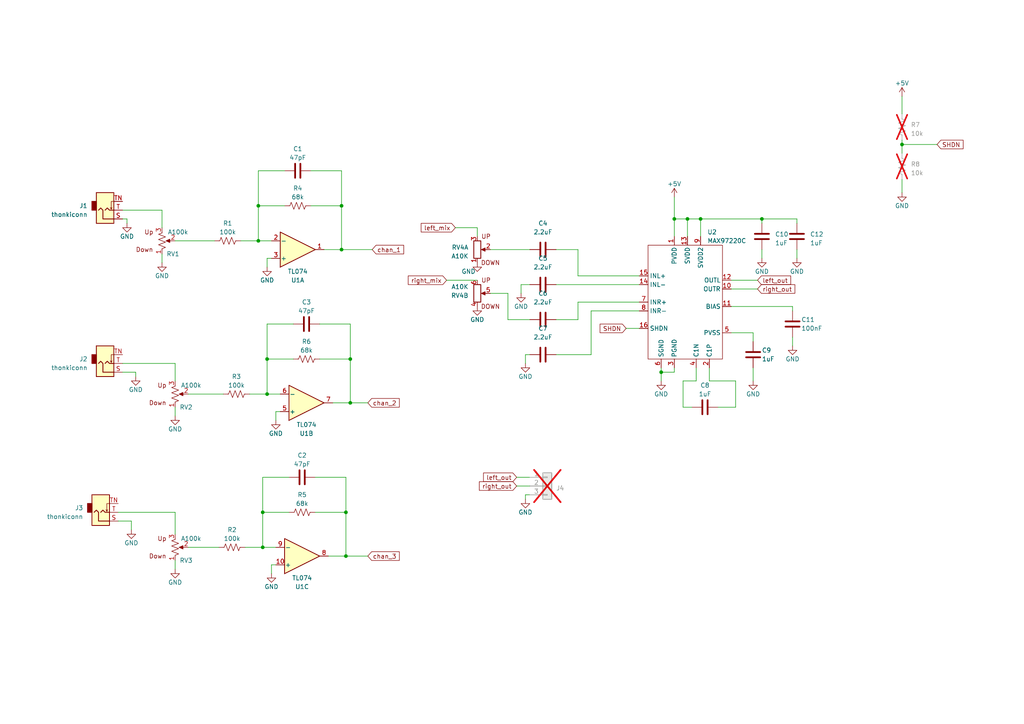
<source format=kicad_sch>
(kicad_sch (version 20231120) (generator "eeschema") (generator_version "8.0")
  (paper "A4")
  (title_block (title "Eurorack Output Mixer Module") (rev "0") (company "SVG Synthesis"))
  (lib_symbols
    (symbol "CAP_2.2UF_FILM_1" (pin_numbers hide) (pin_names (offset 0.254))
      (property "Reference" "C" (at 0.635 2.54 0))
      (property "Value" "2.2uF" (at 0.635 -2.54 0))
      (symbol "CAP_2.2UF_FILM_1_0_1"
        (polyline (pts (xy -2.032 -0.762) (xy 2.032 -0.762)) (stroke (width 0.508)))
        (polyline (pts (xy -2.032 0.762) (xy 2.032 0.762)) (stroke (width 0.508)))
      )
      (symbol "CAP_2.2UF_FILM_1_1_1"
        (pin passive line (at 0 3.81 270) (length 2.794) (name "~") (number "1"))
        (pin passive line (at 0 -3.81 90) (length 2.794) (name "~") (number "2"))
      )
    )
    (symbol "power:+5V" (power) (pin_names (offset 0))
      (property "Value" "+5V" (at 0 3.556 0))
      (symbol "+5V_0_1"
        (polyline (pts (xy -0.762 1.27) (xy 0 2.54)))
        (polyline (pts (xy 0 0) (xy 0 2.54)))
        (polyline (pts (xy 0 2.54) (xy 0.762 1.27)))
      )
      (symbol "+5V_1_1"
        (pin power_in line (at 0 0 90) (length 0) hide (name "+5V") (number "1"))
      )
    )
    (symbol "power:GND" (power) (pin_names (offset 0))
      (property "Value" "GND" (at 0 -3.81 0))
      (symbol "GND_0_1"
        (polyline (pts (xy 0 0) (xy 0 -1.27) (xy 1.27 -1.27) (xy 0 -2.54) (xy -1.27 -1.27) (xy 0 -1.27)))
      )
      (symbol "GND_1_1"
        (pin power_in line (at 0 0 270) (length 0) hide (name "GND") (number "1"))
      )
    )
    (symbol "synthesis:ALPHAPOT_100K_LOG" (pin_names (offset 1.016) hide)
      (property "Reference" "RV" (at 2.54 3.81 0))
      (property "Value" "A100k" (at 2.54 -2.54 0))
      (symbol "ALPHAPOT_100K_LOG_0_1"
        (polyline (pts (xy 0 -2.286) (xy 0 -2.54)))
        (polyline (pts (xy 0 2.54) (xy 0 2.286)))
        (polyline (pts (xy 2.54 0) (xy 1.524 0)))
        (polyline (pts (xy 1.143 0) (xy 2.286 0.508) (xy 2.286 -0.508) (xy 1.143 0)) (fill (type outline)))
        (polyline (pts (xy 0 -0.762) (xy 1.016 -1.143) (xy 0 -1.524) (xy -1.016 -1.905) (xy 0 -2.286)))
        (polyline (pts (xy 0 0.762) (xy 1.016 0.381) (xy 0 0) (xy -1.016 -0.381) (xy 0 -0.762)))
        (polyline (pts (xy 0 2.286) (xy 1.016 1.905) (xy 0 1.524) (xy -1.016 1.143) (xy 0 0.762)))
      )
      (symbol "ALPHAPOT_100K_LOG_1_1"
        (text "Down" (at -5.08 2.54 0) (effects (font (size 1.27 1.27))))
        (text "Up" (at -3.81 -2.54 0) (effects (font (size 1.27 1.27))))
        (pin passive line (at 0 3.81 270) (length 1.27) (name "1") (number "1"))
        (pin passive line (at 3.81 0 180) (length 1.27) (name "2") (number "2"))
        (pin passive line (at 0 -3.81 90) (length 1.27) (name "3") (number "3"))
      )
    )
    (symbol "synthesis:ALPHAPOT_10K_LOG_DUAL" (pin_names (offset 1.016) hide)
      (property "Reference" "RV" (at -4.445 0 90))
      (property "Value" "A10K" (at -2.54 0 90))
      (symbol "ALPHAPOT_10K_LOG_DUAL_0_1"
        (polyline (pts (xy 2.54 0) (xy 1.524 0)))
        (polyline (pts (xy 1.143 0) (xy 2.286 0.508) (xy 2.286 -0.508) (xy 1.143 0)) (fill (type outline)))
        (rectangle (start 1.016 2.54) (end -1.016 -2.54) (stroke (width 0.254)))
        (text "DOWN" (at 3.81 3.81 0) (effects (font (size 1.27 1.27))))
        (text "UP" (at 2.54 -3.81 0) (effects (font (size 1.27 1.27))))
      )
      (symbol "ALPHAPOT_10K_LOG_DUAL_1_1"
        (pin passive line (at 0 3.81 270) (length 1.27) (name "1") (number "1"))
        (pin passive line (at 3.81 0 180) (length 1.27) (name "2") (number "2"))
        (pin passive line (at 0 -3.81 90) (length 1.27) (name "3") (number "3"))
      )
      (symbol "ALPHAPOT_10K_LOG_DUAL_2_1"
        (pin passive line (at 0 3.81 270) (length 1.27) (name "4") (number "4"))
        (pin passive line (at 3.81 0 180) (length 1.27) (name "5") (number "5"))
        (pin passive line (at 0 -3.81 90) (length 1.27) (name "6") (number "6"))
      )
    )
    (symbol "synthesis:CAP_100NF_0603_X7R" (pin_numbers hide) (pin_names (offset 0.254))
      (property "Reference" "C" (at 0.635 2.54 0))
      (property "Value" "100nF" (at 0.635 -2.54 0))
      (symbol "CAP_100NF_0603_X7R_0_1"
        (polyline (pts (xy -2.032 -0.762) (xy 2.032 -0.762)) (stroke (width 0.508)))
        (polyline (pts (xy -2.032 0.762) (xy 2.032 0.762)) (stroke (width 0.508)))
      )
      (symbol "CAP_100NF_0603_X7R_1_1"
        (pin passive line (at 0 3.81 270) (length 2.794) (name "~") (number "1"))
        (pin passive line (at 0 -3.81 90) (length 2.794) (name "~") (number "2"))
      )
    )
    (symbol "synthesis:CAP_1UF_0603_X7R" (pin_numbers hide) (pin_names (offset 0.254))
      (property "Reference" "C" (at 0.635 2.54 0))
      (property "Value" "1uF" (at 0.635 -2.54 0))
      (symbol "CAP_1UF_0603_X7R_0_1"
        (polyline (pts (xy -2.032 -0.762) (xy 2.032 -0.762)) (stroke (width 0.508)))
        (polyline (pts (xy -2.032 0.762) (xy 2.032 0.762)) (stroke (width 0.508)))
      )
      (symbol "CAP_1UF_0603_X7R_1_1"
        (pin passive line (at 0 3.81 270) (length 2.794) (name "~") (number "1"))
        (pin passive line (at 0 -3.81 90) (length 2.794) (name "~") (number "2"))
      )
    )
    (symbol "synthesis:CAP_47PF_0603_COG" (pin_numbers hide) (pin_names (offset 0.254))
      (property "Reference" "C" (at 0.635 2.54 0))
      (property "Value" "47pF" (at 0.635 -2.54 0))
      (symbol "CAP_47PF_0603_COG_0_1"
        (polyline (pts (xy -2.032 -0.762) (xy 2.032 -0.762)) (stroke (width 0.508)))
        (polyline (pts (xy -2.032 0.762) (xy 2.032 0.762)) (stroke (width 0.508)))
      )
      (symbol "CAP_47PF_0603_COG_1_1"
        (pin passive line (at 0 3.81 270) (length 2.794) (name "~") (number "1"))
        (pin passive line (at 0 -3.81 90) (length 2.794) (name "~") (number "2"))
      )
    )
    (symbol "synthesis:HEADER_3P_2.54MM" (pin_names (offset 1.016) hide)
      (property "Reference" "J" (at 0 5.08 0))
      (symbol "HEADER_3P_2.54MM_1_1"
        (rectangle (start -1.27 -2.413) (end 0 -2.667) (stroke (width 0.1524)))
        (rectangle (start -1.27 0.127) (end 0 -0.127) (stroke (width 0.1524)))
        (rectangle (start -1.27 2.667) (end 0 2.413) (stroke (width 0.1524)))
        (rectangle (start -1.27 3.81) (end 1.27 -3.81) (stroke (width 0.254)) (fill (type background)))
        (pin passive line (at -5.08 2.54 0) (length 3.81) (name "Pin_1") (number "1"))
        (pin passive line (at -5.08 0 0) (length 3.81) (name "Pin_2") (number "2"))
        (pin passive line (at -5.08 -2.54 0) (length 3.81) (name "Pin_3") (number "3"))
      )
    )
    (symbol "synthesis:MAX97220C"
      (property "Reference" "U" (at 8.89 17.78 0))
      (property "Value" "MAX97220C" (at -17.78 -15.24 0))
      (symbol "MAX97220C_0_1"
        (rectangle (start -11.43 16.51) (end 10.16 -16.51))
      )
      (symbol "MAX97220C_1_1"
        (pin power_in line (at -3.81 19.05 270) (length 2.54) (name "PVDD") (number "1"))
        (pin output line (at 12.7 3.81 180) (length 2.54) (name "OUTR") (number "10"))
        (pin input line (at 12.7 -1.27 180) (length 2.54) (name "BIAS") (number "11"))
        (pin output line (at 12.7 6.35 180) (length 2.54) (name "OUTL") (number "12"))
        (pin power_in line (at 0 19.05 270) (length 2.54) (name "SVDD") (number "13"))
        (pin input line (at -13.97 5.08 0) (length 2.54) (name "INL-") (number "14"))
        (pin input line (at -13.97 7.62 0) (length 2.54) (name "INL+") (number "15"))
        (pin input line (at -13.97 -7.62 0) (length 2.54) (name "SHDN") (number "16"))
        (pin input line (at 6.35 -19.05 90) (length 2.54) (name "C1P") (number "2"))
        (pin power_in line (at -3.81 -19.05 90) (length 2.54) (name "PGND") (number "3"))
        (pin input line (at 2.54 -19.05 90) (length 2.54) (name "C1N") (number "4"))
        (pin power_in line (at 12.7 -8.89 180) (length 2.54) (name "PVSS") (number "5"))
        (pin power_in line (at -7.62 -19.05 90) (length 2.54) (name "SGND") (number "6"))
        (pin input line (at -13.97 0 0) (length 2.54) (name "INR+") (number "7"))
        (pin input line (at -13.97 -2.54 0) (length 2.54) (name "INR-") (number "8"))
        (pin power_in line (at 3.81 19.05 270) (length 2.54) (name "SVDD2") (number "9"))
      )
    )
    (symbol "synthesis:RES_100k_0603" (pin_numbers hide) (pin_names (offset 0))
      (property "Reference" "R" (at 2.54 0 90))
      (property "Value" "100k" (at -2.54 0 90))
      (symbol "RES_100k_0603_0_1"
        (polyline (pts (xy 0 -2.286) (xy 0 -2.54)))
        (polyline (pts (xy 0 2.286) (xy 0 2.54)))
        (polyline (pts (xy 0 -0.762) (xy 1.016 -1.143) (xy 0 -1.524) (xy -1.016 -1.905) (xy 0 -2.286)))
        (polyline (pts (xy 0 0.762) (xy 1.016 0.381) (xy 0 0) (xy -1.016 -0.381) (xy 0 -0.762)))
        (polyline (pts (xy 0 2.286) (xy 1.016 1.905) (xy 0 1.524) (xy -1.016 1.143) (xy 0 0.762)))
      )
      (symbol "RES_100k_0603_1_1"
        (pin passive line (at 0 3.81 270) (length 1.27) (name "~") (number "1"))
        (pin passive line (at 0 -3.81 90) (length 1.27) (name "~") (number "2"))
      )
    )
    (symbol "synthesis:RES_10K_0603" (pin_numbers hide) (pin_names (offset 0))
      (property "Reference" "R" (at 2.54 0 90))
      (property "Value" "10k" (at -2.54 0 90))
      (symbol "RES_10K_0603_0_1"
        (polyline (pts (xy 0 -2.286) (xy 0 -2.54)))
        (polyline (pts (xy 0 2.286) (xy 0 2.54)))
        (polyline (pts (xy 0 -0.762) (xy 1.016 -1.143) (xy 0 -1.524) (xy -1.016 -1.905) (xy 0 -2.286)))
        (polyline (pts (xy 0 0.762) (xy 1.016 0.381) (xy 0 0) (xy -1.016 -0.381) (xy 0 -0.762)))
        (polyline (pts (xy 0 2.286) (xy 1.016 1.905) (xy 0 1.524) (xy -1.016 1.143) (xy 0 0.762)))
      )
      (symbol "RES_10K_0603_1_1"
        (pin passive line (at 0 3.81 270) (length 1.27) (name "~") (number "1"))
        (pin passive line (at 0 -3.81 90) (length 1.27) (name "~") (number "2"))
      )
    )
    (symbol "synthesis:RES_68K_0603" (pin_numbers hide) (pin_names (offset 0))
      (property "Reference" "R" (at 2.54 0 90))
      (property "Value" "68k" (at -2.54 0 90))
      (symbol "RES_68K_0603_0_1"
        (polyline (pts (xy 0 -2.286) (xy 0 -2.54)))
        (polyline (pts (xy 0 2.286) (xy 0 2.54)))
        (polyline (pts (xy 0 -0.762) (xy 1.016 -1.143) (xy 0 -1.524) (xy -1.016 -1.905) (xy 0 -2.286)))
        (polyline (pts (xy 0 0.762) (xy 1.016 0.381) (xy 0 0) (xy -1.016 -0.381) (xy 0 -0.762)))
        (polyline (pts (xy 0 2.286) (xy 1.016 1.905) (xy 0 1.524) (xy -1.016 1.143) (xy 0 0.762)))
      )
      (symbol "RES_68K_0603_1_1"
        (pin passive line (at 0 3.81 270) (length 1.27) (name "~") (number "1"))
        (pin passive line (at 0 -3.81 90) (length 1.27) (name "~") (number "2"))
      )
    )
    (symbol "synthesis:TL074" (pin_names (offset 0.127))
      (property "Reference" "U" (at 0 5.08 0))
      (property "Value" "TL074" (at 0 -5.08 0))
      (symbol "TL074_1_1"
        (polyline (pts (xy -5.08 5.08) (xy 5.08 0) (xy -5.08 -5.08) (xy -5.08 5.08)) (stroke (width 0.254)) (fill (type background)))
        (pin output line (at 7.62 0 180) (length 2.54) (name "~") (number "1"))
        (pin input line (at -7.62 -2.54 0) (length 2.54) (name "-") (number "2"))
        (pin input line (at -7.62 2.54 0) (length 2.54) (name "+") (number "3"))
      )
      (symbol "TL074_2_1"
        (polyline (pts (xy -5.08 5.08) (xy 5.08 0) (xy -5.08 -5.08) (xy -5.08 5.08)) (stroke (width 0.254)) (fill (type background)))
        (pin input line (at -7.62 2.54 0) (length 2.54) (name "+") (number "5"))
        (pin input line (at -7.62 -2.54 0) (length 2.54) (name "-") (number "6"))
        (pin output line (at 7.62 0 180) (length 2.54) (name "~") (number "7"))
      )
      (symbol "TL074_3_1"
        (polyline (pts (xy -5.08 5.08) (xy 5.08 0) (xy -5.08 -5.08) (xy -5.08 5.08)) (stroke (width 0.254)) (fill (type background)))
        (pin input line (at -7.62 2.54 0) (length 2.54) (name "+") (number "10"))
        (pin output line (at 7.62 0 180) (length 2.54) (name "~") (number "8"))
        (pin input line (at -7.62 -2.54 0) (length 2.54) (name "-") (number "9"))
      )
      (symbol "TL074_4_1"
        (polyline (pts (xy -5.08 5.08) (xy 5.08 0) (xy -5.08 -5.08) (xy -5.08 5.08)) (stroke (width 0.254)) (fill (type background)))
        (pin input line (at -7.62 2.54 0) (length 2.54) (name "+") (number "12"))
        (pin input line (at -7.62 -2.54 0) (length 2.54) (name "-") (number "13"))
        (pin output line (at 7.62 0 180) (length 2.54) (name "~") (number "14"))
      )
      (symbol "TL074_5_1"
        (pin power_in line (at -2.54 -7.62 90) (length 3.81) (name "V-") (number "11"))
        (pin power_in line (at -2.54 7.62 270) (length 3.81) (name "V+") (number "4"))
      )
    )
    (symbol "synthesis:thonkiconn"
      (property "Reference" "J" (at 0 8.89 0))
      (property "Value" "thonkiconn" (at 0 6.35 0))
      (symbol "thonkiconn_0_1"
        (rectangle (start -2.54 0) (end -3.81 -2.54) (stroke (width 0.254)) (fill (type outline)))
        (rectangle (start -2.54 3.81) (end 2.54 -5.08) (stroke (width 0.254)) (fill (type background)))
        (polyline (pts (xy 1.778 -0.254) (xy 2.032 -0.762)))
        (polyline (pts (xy 0 0) (xy 0.635 -0.635) (xy 1.27 0) (xy 2.54 0)) (stroke (width 0.254)))
        (polyline (pts (xy 2.54 -2.54) (xy 1.778 -2.54) (xy 1.778 -0.254) (xy 1.524 -0.762)))
        (polyline (pts (xy 2.54 2.54) (xy -0.635 2.54) (xy -0.635 0) (xy -1.27 -0.635) (xy -1.905 0)) (stroke (width 0.254)))
      )
      (symbol "thonkiconn_1_1"
        (pin passive line (at 5.08 2.54 180) (length 2.54) (name "~") (number "S"))
        (pin passive line (at 5.08 0 180) (length 2.54) (name "~") (number "T"))
        (pin passive line (at 5.08 -2.54 180) (length 2.54) (name "~") (number "TN"))
      )
    )
  )
  (junction (at 220.98 63.5))
  (junction (at 74.93 59.69))
  (junction (at 76.2 158.75))
  (junction (at 203.2 63.5))
  (junction (at 100.33 161.29))
  (junction (at 99.06 72.39))
  (junction (at 101.6 116.84))
  (junction (at 191.77 107.95))
  (junction (at 77.47 104.14))
  (junction (at 76.2 148.59))
  (junction (at 74.93 69.85))
  (junction (at 100.33 148.59))
  (junction (at 261.62 41.91))
  (junction (at 199.39 63.5))
  (junction (at 101.6 104.14))
  (junction (at 77.47 114.3))
  (junction (at 99.06 59.69))
  (junction (at 195.58 63.5))
  (wire (pts (xy 91.44 138.43) (xy 100.33 138.43)))
  (wire (pts (xy 90.17 59.69) (xy 99.06 59.69)))
  (wire (pts (xy 167.64 92.71) (xy 161.29 92.71)))
  (wire (pts (xy 203.2 63.5) (xy 220.98 63.5)))
  (wire (pts (xy 72.39 114.3) (xy 77.47 114.3)))
  (wire (pts (xy 99.06 72.39) (xy 93.98 72.39)))
  (wire (pts (xy 195.58 107.95) (xy 191.77 107.95)))
  (wire (pts (xy 231.14 63.5) (xy 231.14 64.77)))
  (wire (pts (xy 46.99 73.66) (xy 46.99 76.2)))
  (wire (pts (xy 147.32 85.09) (xy 147.32 92.71)))
  (wire (pts (xy 212.09 88.9) (xy 229.87 88.9)))
  (wire (pts (xy 203.2 63.5) (xy 203.2 68.58)))
  (wire (pts (xy 195.58 68.58) (xy 195.58 63.5)))
  (wire (pts (xy 36.83 63.5) (xy 36.83 64.77)))
  (wire (pts (xy 83.82 148.59) (xy 76.2 148.59)))
  (wire (pts (xy 85.09 93.98) (xy 77.47 93.98)))
  (wire (pts (xy 54.61 158.75) (xy 63.5 158.75)))
  (wire (pts (xy 76.2 148.59) (xy 76.2 158.75)))
  (wire (pts (xy 152.4 105.41) (xy 152.4 102.87)))
  (wire (pts (xy 218.44 106.68) (xy 218.44 110.49)))
  (wire (pts (xy 151.13 82.55) (xy 153.67 82.55)))
  (wire (pts (xy 78.74 166.37) (xy 78.74 163.83)))
  (wire (pts (xy 205.74 106.68) (xy 205.74 110.49)))
  (wire (pts (xy 83.82 138.43) (xy 76.2 138.43)))
  (wire (pts (xy 198.12 118.11) (xy 198.12 110.49)))
  (wire (pts (xy 181.61 95.25) (xy 185.42 95.25)))
  (wire (pts (xy 198.12 110.49) (xy 201.93 110.49)))
  (wire (pts (xy 185.42 87.63) (xy 167.64 87.63)))
  (wire (pts (xy 220.98 64.77) (xy 220.98 63.5)))
  (wire (pts (xy 77.47 114.3) (xy 81.28 114.3)))
  (wire (pts (xy 77.47 74.93) (xy 78.74 74.93)))
  (wire (pts (xy 200.66 118.11) (xy 198.12 118.11)))
  (wire (pts (xy 171.45 90.17) (xy 185.42 90.17)))
  (wire (pts (xy 76.2 138.43) (xy 76.2 148.59)))
  (wire (pts (xy 82.55 59.69) (xy 74.93 59.69)))
  (wire (pts (xy 82.55 49.53) (xy 74.93 49.53)))
  (wire (pts (xy 212.09 96.52) (xy 218.44 96.52)))
  (wire (pts (xy 213.36 110.49) (xy 213.36 118.11)))
  (wire (pts (xy 167.64 80.01) (xy 185.42 80.01)))
  (wire (pts (xy 77.47 104.14) (xy 77.47 114.3)))
  (wire (pts (xy 195.58 57.15) (xy 195.58 63.5)))
  (wire (pts (xy 91.44 148.59) (xy 100.33 148.59)))
  (wire (pts (xy 229.87 88.9) (xy 229.87 90.17)))
  (wire (pts (xy 101.6 93.98) (xy 101.6 104.14)))
  (wire (pts (xy 35.56 63.5) (xy 36.83 63.5)))
  (wire (pts (xy 151.13 85.09) (xy 151.13 82.55)))
  (wire (pts (xy 142.24 72.39) (xy 153.67 72.39)))
  (wire (pts (xy 167.64 87.63) (xy 167.64 92.71)))
  (wire (pts (xy 199.39 68.58) (xy 199.39 63.5)))
  (wire (pts (xy 92.71 93.98) (xy 101.6 93.98)))
  (wire (pts (xy 50.8 105.41) (xy 50.8 110.49)))
  (wire (pts (xy 74.93 69.85) (xy 78.74 69.85)))
  (wire (pts (xy 101.6 104.14) (xy 101.6 116.84)))
  (wire (pts (xy 69.85 69.85) (xy 74.93 69.85)))
  (wire (pts (xy 171.45 102.87) (xy 171.45 90.17)))
  (wire (pts (xy 50.8 118.11) (xy 50.8 120.65)))
  (wire (pts (xy 80.01 119.38) (xy 81.28 119.38)))
  (wire (pts (xy 99.06 49.53) (xy 99.06 59.69)))
  (wire (pts (xy 35.56 105.41) (xy 50.8 105.41)))
  (wire (pts (xy 101.6 116.84) (xy 106.68 116.84)))
  (wire (pts (xy 76.2 158.75) (xy 80.01 158.75)))
  (wire (pts (xy 50.8 148.59) (xy 50.8 154.94)))
  (wire (pts (xy 74.93 59.69) (xy 74.93 69.85)))
  (wire (pts (xy 152.4 143.51) (xy 152.4 144.78)))
  (wire (pts (xy 92.71 104.14) (xy 101.6 104.14)))
  (wire (pts (xy 205.74 110.49) (xy 213.36 110.49)))
  (wire (pts (xy 261.62 40.64) (xy 261.62 41.91)))
  (wire (pts (xy 38.1 151.13) (xy 38.1 153.67)))
  (wire (pts (xy 195.58 63.5) (xy 199.39 63.5)))
  (wire (pts (xy 212.09 81.28) (xy 219.71 81.28)))
  (wire (pts (xy 132.08 66.04) (xy 138.43 66.04)))
  (wire (pts (xy 152.4 102.87) (xy 153.67 102.87)))
  (wire (pts (xy 80.01 121.92) (xy 80.01 119.38)))
  (wire (pts (xy 261.62 52.07) (xy 261.62 55.88)))
  (wire (pts (xy 78.74 163.83) (xy 80.01 163.83)))
  (wire (pts (xy 149.86 138.43) (xy 153.67 138.43)))
  (wire (pts (xy 201.93 106.68) (xy 201.93 110.49)))
  (wire (pts (xy 208.28 118.11) (xy 213.36 118.11)))
  (wire (pts (xy 261.62 41.91) (xy 261.62 44.45)))
  (wire (pts (xy 220.98 63.5) (xy 231.14 63.5)))
  (wire (pts (xy 195.58 106.68) (xy 195.58 107.95)))
  (wire (pts (xy 46.99 60.96) (xy 46.99 66.04)))
  (wire (pts (xy 101.6 116.84) (xy 96.52 116.84)))
  (wire (pts (xy 231.14 72.39) (xy 231.14 74.93)))
  (wire (pts (xy 220.98 72.39) (xy 220.98 74.93)))
  (wire (pts (xy 199.39 63.5) (xy 203.2 63.5)))
  (wire (pts (xy 100.33 138.43) (xy 100.33 148.59)))
  (wire (pts (xy 129.54 81.28) (xy 138.43 81.28)))
  (wire (pts (xy 100.33 161.29) (xy 95.25 161.29)))
  (wire (pts (xy 153.67 143.51) (xy 152.4 143.51)))
  (wire (pts (xy 147.32 92.71) (xy 153.67 92.71)))
  (wire (pts (xy 142.24 85.09) (xy 147.32 85.09)))
  (wire (pts (xy 35.56 60.96) (xy 46.99 60.96)))
  (wire (pts (xy 161.29 82.55) (xy 185.42 82.55)))
  (wire (pts (xy 167.64 72.39) (xy 167.64 80.01)))
  (wire (pts (xy 71.12 158.75) (xy 76.2 158.75)))
  (wire (pts (xy 191.77 107.95) (xy 191.77 110.49)))
  (wire (pts (xy 191.77 106.68) (xy 191.77 107.95)))
  (wire (pts (xy 106.68 161.29) (xy 100.33 161.29)))
  (wire (pts (xy 50.8 69.85) (xy 62.23 69.85)))
  (wire (pts (xy 218.44 96.52) (xy 218.44 99.06)))
  (wire (pts (xy 99.06 59.69) (xy 99.06 72.39)))
  (wire (pts (xy 34.29 148.59) (xy 50.8 148.59)))
  (wire (pts (xy 50.8 162.56) (xy 50.8 165.1)))
  (wire (pts (xy 35.56 107.95) (xy 39.37 107.95)))
  (wire (pts (xy 161.29 72.39) (xy 167.64 72.39)))
  (wire (pts (xy 138.43 66.04) (xy 138.43 68.58)))
  (wire (pts (xy 229.87 97.79) (xy 229.87 100.33)))
  (wire (pts (xy 90.17 49.53) (xy 99.06 49.53)))
  (wire (pts (xy 261.62 27.94) (xy 261.62 33.02)))
  (wire (pts (xy 34.29 151.13) (xy 38.1 151.13)))
  (wire (pts (xy 100.33 148.59) (xy 100.33 161.29)))
  (wire (pts (xy 77.47 77.47) (xy 77.47 74.93)))
  (wire (pts (xy 212.09 83.82) (xy 219.71 83.82)))
  (wire (pts (xy 54.61 114.3) (xy 64.77 114.3)))
  (wire (pts (xy 149.86 140.97) (xy 153.67 140.97)))
  (wire (pts (xy 39.37 107.95) (xy 39.37 109.22)))
  (wire (pts (xy 77.47 93.98) (xy 77.47 104.14)))
  (wire (pts (xy 99.06 72.39) (xy 107.95 72.39)))
  (wire (pts (xy 85.09 104.14) (xy 77.47 104.14)))
  (wire (pts (xy 261.62 41.91) (xy 271.78 41.91)))
  (wire (pts (xy 74.93 49.53) (xy 74.93 59.69)))
  (wire (pts (xy 161.29 102.87) (xy 171.45 102.87)))
  (global_label "chan_2" (shape input) (at 106.68 116.84 0) (property "Intersheetrefs" "${INTERSHEET_REFS}" (effects (hide yes))))
  (global_label "chan_1" (shape input) (at 107.95 72.39 0) (property "Intersheetrefs" "${INTERSHEET_REFS}" (effects (hide yes))))
  (global_label "chan_3" (shape input) (at 106.68 161.29 0) (property "Intersheetrefs" "${INTERSHEET_REFS}" (effects (hide yes))))
  (global_label "SHDN" (shape input) (at 271.78 41.91 0) (property "Intersheetrefs" "${INTERSHEET_REFS}" (effects (hide yes))))
  (global_label "left_out" (shape input) (at 149.86 138.43 180) (property "Intersheetrefs" "${INTERSHEET_REFS}" (effects (hide yes))))
  (global_label "right_out" (shape input) (at 149.86 140.97 180) (property "Intersheetrefs" "${INTERSHEET_REFS}" (effects (hide yes))))
  (global_label "SHDN" (shape input) (at 181.61 95.25 180) (property "Intersheetrefs" "${INTERSHEET_REFS}" (effects (hide yes))))
  (global_label "left_out" (shape input) (at 219.71 81.28 0) (property "Intersheetrefs" "${INTERSHEET_REFS}" (effects (hide yes))))
  (global_label "left_mix" (shape input) (at 132.08 66.04 180) (property "Intersheetrefs" "${INTERSHEET_REFS}" (effects (hide yes))))
  (global_label "right_out" (shape input) (at 219.71 83.82 0) (property "Intersheetrefs" "${INTERSHEET_REFS}" (effects (hide yes))))
  (global_label "right_mix" (shape input) (at 129.54 81.28 180) (property "Intersheetrefs" "${INTERSHEET_REFS}" (effects (hide yes))))
  (symbol (lib_id "synthesis:ALPHAPOT_10K_LOG_DUAL") (at 138.43 72.39 0) (mirror x) (unit 1)
    (property "Reference" "RV4" (at 135.89 71.755 0) (effects (justify right)))
    (property "Value" "A10K" (at 135.89 74.295 0) (effects (justify right)))
    (property "Footprint" "Potentiometer_THT:Potentiometer_Alpha_RD902F-40-00D_Dual_Vertical" (effects (hide yes)))
    (property "MFR" "ALPHA" (effects (hide yes)))
    (property "MPN" "A10K DUAL" (effects (hide yes)))
  )
  (symbol (lib_id "power:+5V") (at 261.62 27.94 0) (unit 1)
    (property "Reference" "#PWR021" (effects (hide yes)))
    (property "Value" "+5V" (at 261.62 24.13 0))
  )
  (symbol (lib_id "synthesis:CAP_47PF_0603_COG") (at 87.63 138.43 90) (unit 1)
    (property "Reference" "C2" (at 87.63 132.08 90))
    (property "Value" "47pF" (at 87.63 134.62 90))
    (property "Footprint" "Capacitor_SMD:C_0603_1608Metric" (effects (hide yes)))
    (property "MFR" "YAGEO" (effects (hide yes)))
    (property "MPN" "CC0603JRNPO9BN470" (effects (hide yes)))
    (property "LCSC" "C105622" (effects (hide yes)))
  )
  (symbol (lib_id "synthesis:CAP_47PF_0603_COG") (at 88.9 93.98 90) (unit 1)
    (property "Reference" "C3" (at 88.9 87.63 90))
    (property "Value" "47pF" (at 88.9 90.17 90))
    (property "Footprint" "Capacitor_SMD:C_0603_1608Metric" (effects (hide yes)))
    (property "MFR" "YAGEO" (effects (hide yes)))
    (property "MPN" "CC0603JRNPO9BN470" (effects (hide yes)))
    (property "LCSC" "C105622" (effects (hide yes)))
  )
  (symbol (lib_id "synthesis:RES_10K_0603") (at 261.62 48.26 0) (unit 1) (dnp yes)
    (property "Reference" "R8" (at 264.16 47.625 0) (effects (justify left)))
    (property "Value" "10k" (at 264.16 50.165 0) (effects (justify left)))
    (property "Footprint" "Resistor_SMD:R_0603_1608Metric" (effects (hide yes)))
    (property "MFR" "YAGEO" (effects (hide yes)))
    (property "MPN" "RC0603FR-0710KL" (effects (hide yes)))
    (property "LCSC" "C98220" (effects (hide yes)))
  )
  (symbol (lib_id "power:GND") (at 151.13 85.09 0) (unit 1)
    (property "Reference" "#PWR012" (effects (hide yes)))
    (property "Value" "GND" (at 151.13 88.9 0))
  )
  (symbol (lib_id "synthesis:thonkiconn") (at 29.21 148.59 0) (mirror x) (unit 1)
    (property "Reference" "J3" (at 24.13 147.32 0) (effects (justify right)))
    (property "Value" "thonkiconn" (at 24.13 149.86 0) (effects (justify right)))
    (property "Footprint" "synthesis:thonkiconn" (effects (hide yes)))
    (property "MFR" "QINGPU" (effects (hide yes)))
    (property "MPN" "WQP518MA" (effects (hide yes)))
  )
  (symbol (lib_id "power:GND") (at 229.87 100.33 0) (unit 1)
    (property "Reference" "#PWR019" (effects (hide yes)))
    (property "Value" "GND" (at 229.87 104.14 0))
  )
  (symbol (lib_id "synthesis:CAP_1UF_0603_X7R") (at 204.47 118.11 90) (unit 1)
    (property "Reference" "C8" (at 204.47 111.76 90))
    (property "Value" "1uF" (at 204.47 114.3 90))
    (property "Footprint" "Capacitor_SMD:C_0603_1608Metric" (effects (hide yes)))
    (property "MFR" "YAGEO" (effects (hide yes)))
    (property "MPN" "CC0603KRX7R8BB105" (effects (hide yes)))
    (property "LCSC" "C106858" (effects (hide yes)))
  )
  (symbol (lib_id "synthesis:TL074") (at 88.9 116.84 0) (mirror x) (unit 2)
    (property "Reference" "U1" (at 88.9 125.73 0))
    (property "Value" "TL074" (at 88.9 123.19 0))
    (property "Footprint" "Package_SO:TSSOP-14_4.4x5mm_P0.65mm" (effects (hide yes)))
    (property "Datasheet" "http://www.ti.com/lit/ds/symlink/lm2902-n.pdf" (effects (hide yes)))
    (property "MFR" "TI" (effects (hide yes)))
    (property "MPN" "TL074CPWR" (effects (hide yes)))
    (property "LCSC" "C96507" (effects (hide yes)))
  )
  (symbol (lib_id "power:GND") (at 191.77 110.49 0) (unit 1)
    (property "Reference" "#PWR015" (effects (hide yes)))
    (property "Value" "GND" (at 191.77 114.3 0))
  )
  (symbol (lib_name "CAP_2.2UF_FILM_1") (lib_id "synthesis:CAP_2.2UF_FILM") (at 157.48 102.87 90) (unit 1)
    (property "Reference" "C7" (at 157.48 95.25 90))
    (property "Value" "2.2uF" (at 157.48 97.79 90))
    (property "Footprint" "synthesis:C_Rect_L7.8mm_W7.8mm_P5.00mm" (effects (hide yes)))
    (property "Description" "CAP FILM 2.2UF 10% 63VDC RADIAL" (effects (hide yes)))
    (property "MFR" "EPCOS TDK" (effects (hide yes)))
    (property "MPN" "B32529D0225K000" (effects (hide yes)))
    (property "LCSC" "C3780718" (effects (hide yes)))
  )
  (symbol (lib_id "synthesis:RES_100k_0603") (at 66.04 69.85 90) (unit 1)
    (property "Reference" "R1" (at 66.04 64.77 90))
    (property "Value" "100k" (at 66.04 67.31 90))
    (property "Footprint" "Resistor_SMD:R_0603_1608Metric" (effects (hide yes)))
    (property "MFR" "RC0603FR-07100KL" (effects (hide yes)))
    (property "MPN" "RC0603FR-07100KL" (effects (hide yes)))
    (property "LCSC" "C14675" (effects (hide yes)))
  )
  (symbol (lib_id "synthesis:thonkiconn") (at 30.48 105.41 0) (mirror x) (unit 1)
    (property "Reference" "J2" (at 25.4 104.14 0) (effects (justify right)))
    (property "Value" "thonkiconn" (at 25.4 106.68 0) (effects (justify right)))
    (property "Footprint" "synthesis:thonkiconn" (effects (hide yes)))
    (property "MFR" "QINGPU" (effects (hide yes)))
    (property "MPN" "WQP518MA" (effects (hide yes)))
  )
  (symbol (lib_id "power:GND") (at 50.8 120.65 0) (unit 1)
    (property "Reference" "#PWR05" (effects (hide yes)))
    (property "Value" "GND" (at 50.8 124.46 0))
  )
  (symbol (lib_id "synthesis:ALPHAPOT_100K_LOG") (at 46.99 69.85 0) (mirror x) (unit 1)
    (property "Reference" "RV1" (at 52.07 73.66 0) (effects (justify right)))
    (property "Value" "A100k" (at 54.61 67.31 0) (effects (justify right)))
    (property "Footprint" "Potentiometer_THT:Potentiometer_Alpha_RD901F-40-00D_Single_Vertical" (effects (hide yes)))
    (property "MFR" "ALPHA" (effects (hide yes)))
    (property "MPN" "A100K" (effects (hide yes)))
  )
  (symbol (lib_id "power:GND") (at 80.01 121.92 0) (unit 1)
    (property "Reference" "#PWR09" (effects (hide yes)))
    (property "Value" "GND" (at 80.01 125.73 0))
  )
  (symbol (lib_id "power:GND") (at 36.83 64.77 0) (unit 1)
    (property "Reference" "#PWR01" (effects (hide yes)))
    (property "Value" "GND" (at 36.83 68.58 0))
  )
  (symbol (lib_id "power:+5V") (at 195.58 57.15 0) (unit 1)
    (property "Reference" "#PWR016" (effects (hide yes)))
    (property "Value" "+5V" (at 195.58 53.34 0))
  )
  (symbol (lib_id "synthesis:RES_68K_0603") (at 86.36 59.69 90) (unit 1)
    (property "Reference" "R4" (at 86.36 54.61 90))
    (property "Value" "68k" (at 86.36 57.15 90))
    (property "Footprint" "Resistor_SMD:R_0603_1608Metric" (effects (hide yes)))
    (property "MFR" "YAGEO" (effects (hide yes)))
    (property "MPN" "RC0603FR-0768KL" (effects (hide yes)))
    (property "LCSC" "C114633" (effects (hide yes)))
  )
  (symbol (lib_id "synthesis:CAP_1UF_0603_X7R") (at 231.14 68.58 0) (unit 1)
    (property "Reference" "C12" (at 234.95 67.945 0) (effects (justify left)))
    (property "Value" "1uF" (at 234.95 70.485 0) (effects (justify left)))
    (property "Footprint" "Capacitor_SMD:C_0603_1608Metric" (effects (hide yes)))
    (property "MFR" "YAGEO" (effects (hide yes)))
    (property "MPN" "CC0603KRX7R8BB105" (effects (hide yes)))
    (property "LCSC" "C106858" (effects (hide yes)))
  )
  (symbol (lib_id "power:GND") (at 38.1 153.67 0) (unit 1)
    (property "Reference" "#PWR02" (effects (hide yes)))
    (property "Value" "GND" (at 38.1 157.48 0))
  )
  (symbol (lib_name "CAP_2.2UF_FILM_1") (lib_id "synthesis:CAP_2.2UF_FILM") (at 157.48 72.39 90) (unit 1)
    (property "Reference" "C4" (at 157.48 64.77 90))
    (property "Value" "2.2uF" (at 157.48 67.31 90))
    (property "Footprint" "synthesis:C_Rect_L7.8mm_W7.8mm_P5.00mm" (effects (hide yes)))
    (property "Description" "CAP FILM 2.2UF 10% 63VDC RADIAL" (effects (hide yes)))
    (property "MFR" "EPCOS TDK" (effects (hide yes)))
    (property "MPN" "B32529D0225K000" (effects (hide yes)))
    (property "LCSC" "C3780718" (effects (hide yes)))
  )
  (symbol (lib_id "synthesis:thonkiconn") (at 30.48 60.96 0) (mirror x) (unit 1)
    (property "Reference" "J1" (at 25.4 59.69 0) (effects (justify right)))
    (property "Value" "thonkiconn" (at 25.4 62.23 0) (effects (justify right)))
    (property "Footprint" "synthesis:thonkiconn" (effects (hide yes)))
    (property "MFR" "QINGPU" (effects (hide yes)))
    (property "MPN" "WQP518MA" (effects (hide yes)))
  )
  (symbol (lib_id "power:GND") (at 77.47 77.47 0) (unit 1)
    (property "Reference" "#PWR07" (effects (hide yes)))
    (property "Value" "GND" (at 77.47 81.28 0))
  )
  (symbol (lib_id "synthesis:RES_10K_0603") (at 261.62 36.83 0) (unit 1) (dnp yes)
    (property "Reference" "R7" (at 264.16 36.195 0) (effects (justify left)))
    (property "Value" "10k" (at 264.16 38.735 0) (effects (justify left)))
    (property "Footprint" "Resistor_SMD:R_0603_1608Metric" (effects (hide yes)))
    (property "MFR" "YAGEO" (effects (hide yes)))
    (property "MPN" "RC0603FR-0710KL" (effects (hide yes)))
    (property "LCSC" "C98220" (effects (hide yes)))
  )
  (symbol (lib_id "power:GND") (at 50.8 165.1 0) (unit 1)
    (property "Reference" "#PWR06" (effects (hide yes)))
    (property "Value" "GND" (at 50.8 168.91 0))
  )
  (symbol (lib_id "synthesis:RES_68K_0603") (at 87.63 148.59 90) (unit 1)
    (property "Reference" "R5" (at 87.63 143.51 90))
    (property "Value" "68k" (at 87.63 146.05 90))
    (property "Footprint" "Resistor_SMD:R_0603_1608Metric" (effects (hide yes)))
    (property "MFR" "YAGEO" (effects (hide yes)))
    (property "MPN" "RC0603FR-0768KL" (effects (hide yes)))
    (property "LCSC" "C114633" (effects (hide yes)))
  )
  (symbol (lib_id "power:GND") (at 231.14 74.93 0) (unit 1)
    (property "Reference" "#PWR020" (effects (hide yes)))
    (property "Value" "GND" (at 231.14 78.74 0))
  )
  (symbol (lib_name "CAP_2.2UF_FILM_1") (lib_id "synthesis:CAP_2.2UF_FILM") (at 157.48 82.55 90) (unit 1)
    (property "Reference" "C5" (at 157.48 74.93 90))
    (property "Value" "2.2uF" (at 157.48 77.47 90))
    (property "Footprint" "synthesis:C_Rect_L7.8mm_W7.8mm_P5.00mm" (effects (hide yes)))
    (property "Description" "CAP FILM 2.2UF 10% 63VDC RADIAL" (effects (hide yes)))
    (property "MFR" "EPCOS TDK" (effects (hide yes)))
    (property "MPN" "B32529D0225K000" (effects (hide yes)))
    (property "LCSC" "C3780718" (effects (hide yes)))
  )
  (symbol (lib_id "synthesis:ALPHAPOT_100K_LOG") (at 50.8 158.75 0) (mirror x) (unit 1)
    (property "Reference" "RV3" (at 55.88 162.56 0) (effects (justify right)))
    (property "Value" "A100k" (at 58.42 156.21 0) (effects (justify right)))
    (property "Footprint" "Potentiometer_THT:Potentiometer_Alpha_RD901F-40-00D_Single_Vertical" (effects (hide yes)))
    (property "MFR" "ALPHA" (effects (hide yes)))
    (property "MPN" "A100K" (effects (hide yes)))
  )
  (symbol (lib_id "synthesis:TL074") (at 86.36 72.39 0) (mirror x) (unit 1)
    (property "Reference" "U1" (at 86.36 81.28 0))
    (property "Value" "TL074" (at 86.36 78.74 0))
    (property "Footprint" "Package_SO:TSSOP-14_4.4x5mm_P0.65mm" (effects (hide yes)))
    (property "Datasheet" "http://www.ti.com/lit/ds/symlink/lm2902-n.pdf" (effects (hide yes)))
    (property "MFR" "TI" (effects (hide yes)))
    (property "MPN" "TL074CPWR" (effects (hide yes)))
    (property "LCSC" "C96507" (effects (hide yes)))
  )
  (symbol (lib_id "power:GND") (at 220.98 74.93 0) (unit 1)
    (property "Reference" "#PWR018" (effects (hide yes)))
    (property "Value" "GND" (at 220.98 78.74 0))
  )
  (symbol (lib_id "power:GND") (at 152.4 144.78 0) (unit 1)
    (property "Reference" "#PWR014" (effects (hide yes)))
    (property "Value" "GND" (at 152.4 148.59 0))
  )
  (symbol (lib_id "power:GND") (at 138.43 88.9 0) (unit 1)
    (property "Reference" "#PWR011" (effects (hide yes)))
    (property "Value" "GND" (at 138.43 92.71 0))
  )
  (symbol (lib_id "synthesis:MAX97220C") (at 199.39 87.63 0) (unit 1)
    (property "Reference" "U2" (at 205.1559 67.31 0) (effects (justify left)))
    (property "Value" "MAX97220C" (at 205.1559 69.85 0) (effects (justify left)))
    (property "Footprint" "Package_DFN_QFN:TQFN-16-1EP_3x3mm_P0.5mm_EP1.23x1.23mm" (effects (hide yes)))
    (property "MFR" "Analog Devices" (effects (hide yes)))
    (property "MPN" "MAX97220CETE+T" (effects (hide yes)))
    (property "LCSC" "C7452036" (effects (hide yes)))
  )
  (symbol (lib_id "synthesis:CAP_1UF_0603_X7R") (at 220.98 68.58 0) (unit 1)
    (property "Reference" "C10" (at 224.79 67.945 0) (effects (justify left)))
    (property "Value" "1uF" (at 224.79 70.485 0) (effects (justify left)))
    (property "Footprint" "Capacitor_SMD:C_0603_1608Metric" (effects (hide yes)))
    (property "MFR" "YAGEO" (effects (hide yes)))
    (property "MPN" "CC0603KRX7R8BB105" (effects (hide yes)))
    (property "LCSC" "C106858" (effects (hide yes)))
  )
  (symbol (lib_id "power:GND") (at 218.44 110.49 0) (unit 1)
    (property "Reference" "#PWR017" (effects (hide yes)))
    (property "Value" "GND" (at 218.44 114.3 0))
  )
  (symbol (lib_id "synthesis:RES_100k_0603") (at 67.31 158.75 90) (unit 1)
    (property "Reference" "R2" (at 67.31 153.67 90))
    (property "Value" "100k" (at 67.31 156.21 90))
    (property "Footprint" "Resistor_SMD:R_0603_1608Metric" (effects (hide yes)))
    (property "MFR" "RC0603FR-07100KL" (effects (hide yes)))
    (property "MPN" "RC0603FR-07100KL" (effects (hide yes)))
    (property "LCSC" "C14675" (effects (hide yes)))
  )
  (symbol (lib_id "power:GND") (at 46.99 76.2 0) (unit 1)
    (property "Reference" "#PWR04" (effects (hide yes)))
    (property "Value" "GND" (at 46.99 80.01 0))
  )
  (symbol (lib_id "power:GND") (at 152.4 105.41 0) (unit 1)
    (property "Reference" "#PWR013" (effects (hide yes)))
    (property "Value" "GND" (at 152.4 109.22 0))
  )
  (symbol (lib_id "synthesis:TL074") (at 87.63 161.29 0) (mirror x) (unit 3)
    (property "Reference" "U1" (at 87.63 170.18 0))
    (property "Value" "TL074" (at 87.63 167.64 0))
    (property "Footprint" "Package_SO:TSSOP-14_4.4x5mm_P0.65mm" (effects (hide yes)))
    (property "Datasheet" "http://www.ti.com/lit/ds/symlink/lm2902-n.pdf" (effects (hide yes)))
    (property "MFR" "TI" (effects (hide yes)))
    (property "MPN" "TL074CPWR" (effects (hide yes)))
    (property "LCSC" "C96507" (effects (hide yes)))
  )
  (symbol (lib_name "CAP_2.2UF_FILM_1") (lib_id "synthesis:CAP_2.2UF_FILM") (at 157.48 92.71 90) (unit 1)
    (property "Reference" "C6" (at 157.48 85.09 90))
    (property "Value" "2.2uF" (at 157.48 87.63 90))
    (property "Footprint" "synthesis:C_Rect_L7.8mm_W7.8mm_P5.00mm" (effects (hide yes)))
    (property "Description" "CAP FILM 2.2UF 10% 63VDC RADIAL" (effects (hide yes)))
    (property "MFR" "EPCOS TDK" (effects (hide yes)))
    (property "MPN" "B32529D0225K000" (effects (hide yes)))
    (property "LCSC" "C3780718" (effects (hide yes)))
  )
  (symbol (lib_id "synthesis:CAP_100NF_0603_X7R") (at 229.87 93.98 0) (unit 1)
    (property "Reference" "C11" (at 232.41 92.71 0) (effects (justify left)))
    (property "Value" "100nF" (at 232.41 95.25 0) (effects (justify left)))
    (property "Footprint" "Capacitor_SMD:C_0603_1608Metric" (effects (hide yes)))
    (property "MFR" "YAGEO" (effects (hide yes)))
    (property "MPN" "CC0603KRX7R9BB104" (effects (hide yes)))
    (property "LCSC" "C14663" (effects (hide yes)))
  )
  (symbol (lib_id "power:GND") (at 138.43 76.2 0) (unit 1)
    (property "Reference" "#PWR010" (effects (hide yes)))
    (property "Value" "GND" (at 135.89 78.74 0))
  )
  (symbol (lib_id "power:GND") (at 261.62 55.88 0) (unit 1)
    (property "Reference" "#PWR022" (effects (hide yes)))
    (property "Value" "GND" (at 261.62 59.69 0))
  )
  (symbol (lib_id "synthesis:ALPHAPOT_10K_LOG_DUAL") (at 138.43 85.09 0) (mirror x) (unit 2)
    (property "Reference" "RV4" (at 135.89 85.725 0) (effects (justify right)))
    (property "Value" "A10K" (at 135.89 83.185 0) (effects (justify right)))
    (property "Footprint" "Potentiometer_THT:Potentiometer_Alpha_RD902F-40-00D_Dual_Vertical" (effects (hide yes)))
    (property "MFR" "ALPHA" (effects (hide yes)))
    (property "MPN" "A10K DUAL" (effects (hide yes)))
  )
  (symbol (lib_id "power:GND") (at 78.74 166.37 0) (unit 1)
    (property "Reference" "#PWR08" (effects (hide yes)))
    (property "Value" "GND" (at 78.74 170.18 0))
  )
  (symbol (lib_id "synthesis:CAP_1UF_0603_X7R") (at 218.44 102.87 0) (unit 1)
    (property "Reference" "C9" (at 220.98 101.6 0) (effects (justify left)))
    (property "Value" "1uF" (at 220.98 104.14 0) (effects (justify left)))
    (property "Footprint" "Capacitor_SMD:C_0603_1608Metric" (effects (hide yes)))
    (property "MFR" "YAGEO" (effects (hide yes)))
    (property "MPN" "CC0603KRX7R8BB105" (effects (hide yes)))
    (property "LCSC" "C106858" (effects (hide yes)))
  )
  (symbol (lib_id "synthesis:RES_100k_0603") (at 68.58 114.3 90) (unit 1)
    (property "Reference" "R3" (at 68.58 109.22 90))
    (property "Value" "100k" (at 68.58 111.76 90))
    (property "Footprint" "Resistor_SMD:R_0603_1608Metric" (effects (hide yes)))
    (property "MFR" "RC0603FR-07100KL" (effects (hide yes)))
    (property "MPN" "RC0603FR-07100KL" (effects (hide yes)))
    (property "LCSC" "C14675" (effects (hide yes)))
  )
  (symbol (lib_id "synthesis:CAP_47PF_0603_COG") (at 86.36 49.53 90) (unit 1)
    (property "Reference" "C1" (at 86.36 43.18 90))
    (property "Value" "47pF" (at 86.36 45.72 90))
    (property "Footprint" "Capacitor_SMD:C_0603_1608Metric" (effects (hide yes)))
    (property "MFR" "YAGEO" (effects (hide yes)))
    (property "MPN" "CC0603JRNPO9BN470" (effects (hide yes)))
    (property "LCSC" "C105622" (effects (hide yes)))
  )
  (symbol (lib_id "power:GND") (at 39.37 109.22 0) (unit 1)
    (property "Reference" "#PWR03" (effects (hide yes)))
    (property "Value" "GND" (at 39.37 113.03 0))
  )
  (symbol (lib_id "synthesis:ALPHAPOT_100K_LOG") (at 50.8 114.3 0) (mirror x) (unit 1)
    (property "Reference" "RV2" (at 55.88 118.11 0) (effects (justify right)))
    (property "Value" "A100k" (at 58.42 111.76 0) (effects (justify right)))
    (property "Footprint" "Potentiometer_THT:Potentiometer_Alpha_RD901F-40-00D_Single_Vertical" (effects (hide yes)))
    (property "MFR" "ALPHA" (effects (hide yes)))
    (property "MPN" "A100K" (effects (hide yes)))
  )
  (symbol (lib_id "synthesis:HEADER_3P_2.54MM") (at 158.75 140.97 0) (unit 1) (dnp yes)
    (property "Reference" "J4" (at 161.29 141.605 0) (effects (justify left)))
    (property "Value" "Conn_01x03" (effects (hide yes)))
    (property "Footprint" "Connector_PinHeader_2.54mm:PinHeader_1x03_P2.54mm_Vertical" (effects (hide yes)))
  )
  (symbol (lib_id "synthesis:RES_68K_0603") (at 88.9 104.14 90) (unit 1)
    (property "Reference" "R6" (at 88.9 99.06 90))
    (property "Value" "68k" (at 88.9 101.6 90))
    (property "Footprint" "Resistor_SMD:R_0603_1608Metric" (effects (hide yes)))
    (property "MFR" "YAGEO" (effects (hide yes)))
    (property "MPN" "RC0603FR-0768KL" (effects (hide yes)))
    (property "LCSC" "C114633" (effects (hide yes)))
  )
)
</source>
